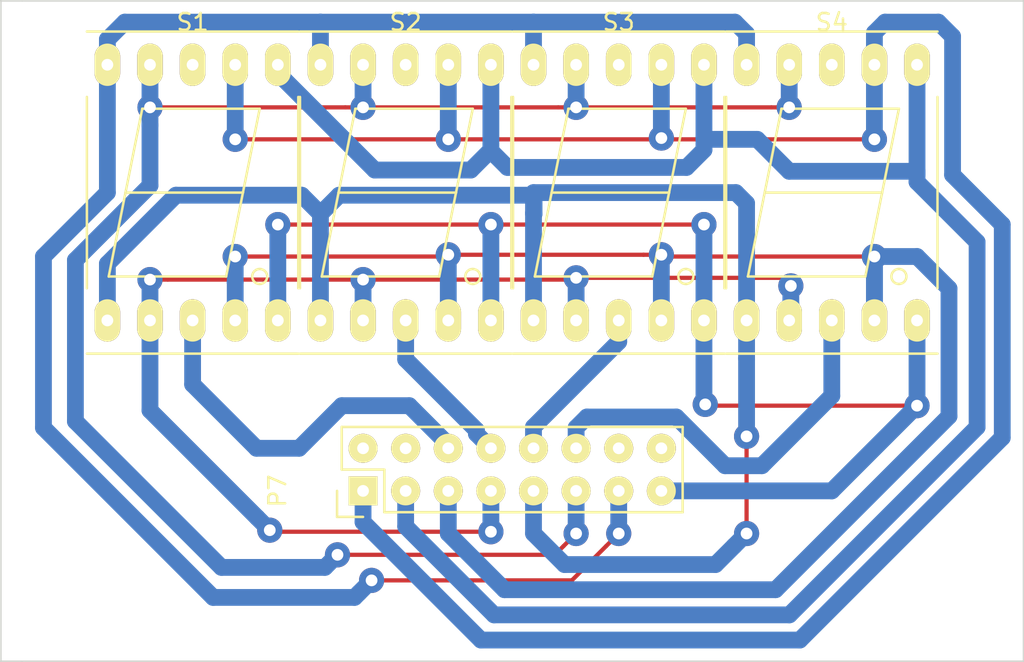
<source format=kicad_pcb>
(kicad_pcb (version 4) (host pcbnew 0.201504111001+5593~22~ubuntu14.04.1-product)

  (general
    (links 36)
    (no_connects 0)
    (area 71.069999 39.215 130.860001 78.790001)
    (thickness 1.6)
    (drawings 6)
    (tracks 220)
    (zones 0)
    (modules 5)
    (nets 13)
  )

  (page A4)
  (layers
    (0 F.Cu signal)
    (31 B.Cu signal)
    (32 B.Adhes user)
    (33 F.Adhes user)
    (34 B.Paste user)
    (35 F.Paste user)
    (36 B.SilkS user)
    (37 F.SilkS user)
    (38 B.Mask user)
    (39 F.Mask user)
    (40 Dwgs.User user)
    (41 Cmts.User user)
    (42 Eco1.User user)
    (43 Eco2.User user)
    (44 Edge.Cuts user)
    (45 Margin user)
    (46 B.CrtYd user)
    (47 F.CrtYd user)
    (48 B.Fab user)
    (49 F.Fab user)
  )

  (setup
    (last_trace_width 0.25)
    (trace_clearance 0.5)
    (zone_clearance 0.508)
    (zone_45_only no)
    (trace_min 0.2)
    (segment_width 0.2)
    (edge_width 0.1)
    (via_size 1.5)
    (via_drill 0.7)
    (via_min_size 0.7)
    (via_min_drill 0.7)
    (blind_buried_vias_allowed yes)
    (uvia_size 0.3)
    (uvia_drill 0.1)
    (uvias_allowed yes)
    (uvia_min_size 0.2)
    (uvia_min_drill 0.1)
    (pcb_text_width 0.3)
    (pcb_text_size 1.5 1.5)
    (mod_edge_width 0.15)
    (mod_text_size 1 1)
    (mod_text_width 0.15)
    (pad_size 1.524 2.524)
    (pad_drill 0.7)
    (pad_to_mask_clearance 0)
    (aux_axis_origin 0 0)
    (visible_elements FFFFFF7F)
    (pcbplotparams
      (layerselection 0x00030_80000001)
      (usegerberextensions false)
      (excludeedgelayer true)
      (linewidth 0.100000)
      (plotframeref false)
      (viasonmask false)
      (mode 1)
      (useauxorigin false)
      (hpglpennumber 1)
      (hpglpenspeed 20)
      (hpglpendiameter 15)
      (hpglpenoverlay 2)
      (psnegative false)
      (psa4output false)
      (plotreference true)
      (plotvalue true)
      (plotinvisibletext false)
      (padsonsilk false)
      (subtractmaskfromsilk false)
      (outputformat 1)
      (mirror false)
      (drillshape 1)
      (scaleselection 1)
      (outputdirectory ""))
  )

  (net 0 "")
  (net 1 /A)
  (net 2 /B)
  (net 3 /C)
  (net 4 MINDK)
  (net 5 /D)
  (net 6 MINUK)
  (net 7 /E)
  (net 8 SEGDK)
  (net 9 /F)
  (net 10 SEGUK)
  (net 11 /G)
  (net 12 /DP)

  (net_class Default "This is the default net class."
    (clearance 0.5)
    (trace_width 1)
    (via_dia 1.5)
    (via_drill 0.7)
    (uvia_dia 0.3)
    (uvia_drill 0.1)
    (add_net /A)
    (add_net /B)
    (add_net /C)
    (add_net /D)
    (add_net /DP)
    (add_net /E)
    (add_net /F)
    (add_net /G)
    (add_net MINDK)
    (add_net MINUK)
    (add_net SEGDK)
    (add_net SEGUK)
  )

  (module Displays_7-Segment:7SegmentLED_LTS6760_LTS6780 placed (layer F.Cu) (tedit 552B1F03) (tstamp 552B0377)
    (at 93.98 50.8)
    (path /552ABEAC)
    (fp_text reference S2 (at 0 -10.16) (layer F.SilkS)
      (effects (font (size 1 1) (thickness 0.15)))
    )
    (fp_text value MINU (at -0.4 12) (layer F.Fab)
      (effects (font (size 1 1) (thickness 0.15)))
    )
    (fp_circle (center 4 5) (end 4.4 5.2) (layer F.SilkS) (width 0.15))
    (fp_line (start -3 -5) (end -4 0) (layer F.SilkS) (width 0.15))
    (fp_line (start -4 0) (end -5 5) (layer F.SilkS) (width 0.15))
    (fp_line (start -5 5) (end 2 5) (layer F.SilkS) (width 0.15))
    (fp_line (start 2 5) (end 3 0) (layer F.SilkS) (width 0.15))
    (fp_line (start 4 -5) (end 3 0) (layer F.SilkS) (width 0.15))
    (fp_line (start 3 0) (end -4 0) (layer F.SilkS) (width 0.15))
    (fp_line (start -3 -5) (end 4 -5) (layer F.SilkS) (width 0.15))
    (fp_line (start 6.3 9.6) (end -6.3 9.6) (layer F.SilkS) (width 0.15))
    (fp_line (start -6.3 -5.7) (end -6.3 5.7) (layer F.SilkS) (width 0.15))
    (fp_line (start 6.3 -5.7) (end 6.3 5.7) (layer F.SilkS) (width 0.15))
    (fp_line (start -6.3 -9.6) (end 6.3 -9.6) (layer F.SilkS) (width 0.15))
    (pad 1 thru_hole oval (at -5.08 7.62) (size 1.524 2.524) (drill 0.7) (layers *.Cu *.Mask F.SilkS)
      (net 7 /E))
    (pad 2 thru_hole oval (at -2.54 7.62) (size 1.524 2.524) (drill 0.7) (layers *.Cu *.Mask F.SilkS)
      (net 5 /D))
    (pad 3 thru_hole oval (at 0 7.62) (size 1.524 2.524) (drill 0.7) (layers *.Cu *.Mask F.SilkS)
      (net 6 MINUK))
    (pad 4 thru_hole oval (at 2.54 7.62) (size 1.524 2.524) (drill 0.7) (layers *.Cu *.Mask F.SilkS)
      (net 3 /C))
    (pad 5 thru_hole oval (at 5.08 7.62) (size 1.524 2.524) (drill 0.7) (layers *.Cu *.Mask F.SilkS)
      (net 12 /DP))
    (pad 6 thru_hole oval (at 5.08 -7.62) (size 1.524 2.524) (drill 0.7) (layers *.Cu *.Mask F.SilkS)
      (net 2 /B))
    (pad 7 thru_hole oval (at 2.54 -7.62) (size 1.524 2.524) (drill 0.7) (layers *.Cu *.Mask F.SilkS)
      (net 1 /A))
    (pad 8 thru_hole oval (at 0 -7.62) (size 1.524 2.524) (drill 0.7) (layers *.Cu *.Mask F.SilkS))
    (pad 9 thru_hole oval (at -2.54 -7.62) (size 1.524 2.524) (drill 0.7) (layers *.Cu *.Mask F.SilkS)
      (net 9 /F))
    (pad 10 thru_hole oval (at -5.08 -7.62) (size 1.524 2.524) (drill 0.7) (layers *.Cu *.Mask F.SilkS)
      (net 11 /G))
    (model Displays_7-Segment.3dshapes/7SegmentLED_LTS6760_LTS6780.wrl
      (at (xyz 0 0 0))
      (scale (xyz 0.3937 0.3937 0.3937))
      (rotate (xyz 0 0 0))
    )
  )

  (module Displays_7-Segment:7SegmentLED_LTS6760_LTS6780 (layer F.Cu) (tedit 552B0481) (tstamp 552B0393)
    (at 119.38 50.8)
    (path /552AC1AE)
    (fp_text reference S4 (at 0 -10.16) (layer F.SilkS)
      (effects (font (size 1 1) (thickness 0.15)))
    )
    (fp_text value SEGU (at -0.4 12) (layer F.Fab)
      (effects (font (size 1 1) (thickness 0.15)))
    )
    (fp_circle (center 4 5) (end 4.4 5.2) (layer F.SilkS) (width 0.15))
    (fp_line (start -3 -5) (end -4 0) (layer F.SilkS) (width 0.15))
    (fp_line (start -4 0) (end -5 5) (layer F.SilkS) (width 0.15))
    (fp_line (start -5 5) (end 2 5) (layer F.SilkS) (width 0.15))
    (fp_line (start 2 5) (end 3 0) (layer F.SilkS) (width 0.15))
    (fp_line (start 4 -5) (end 3 0) (layer F.SilkS) (width 0.15))
    (fp_line (start 3 0) (end -4 0) (layer F.SilkS) (width 0.15))
    (fp_line (start -3 -5) (end 4 -5) (layer F.SilkS) (width 0.15))
    (fp_line (start 6.3 9.6) (end -6.3 9.6) (layer F.SilkS) (width 0.15))
    (fp_line (start -6.3 -5.7) (end -6.3 5.7) (layer F.SilkS) (width 0.15))
    (fp_line (start 6.3 -5.7) (end 6.3 5.7) (layer F.SilkS) (width 0.15))
    (fp_line (start -6.3 -9.6) (end 6.3 -9.6) (layer F.SilkS) (width 0.15))
    (pad 1 thru_hole oval (at -5.08 7.62) (size 1.524 2.524) (drill 0.7) (layers *.Cu *.Mask F.SilkS)
      (net 7 /E))
    (pad 2 thru_hole oval (at -2.54 7.62) (size 1.524 2.524) (drill 0.7) (layers *.Cu *.Mask F.SilkS)
      (net 5 /D))
    (pad 3 thru_hole oval (at 0 7.62) (size 1.524 2.524) (drill 0.7) (layers *.Cu *.Mask F.SilkS)
      (net 10 SEGUK))
    (pad 4 thru_hole oval (at 2.54 7.62) (size 1.524 2.524) (drill 0.7) (layers *.Cu *.Mask F.SilkS)
      (net 3 /C))
    (pad 5 thru_hole oval (at 5.08 7.62) (size 1.524 2.524) (drill 0.7) (layers *.Cu *.Mask F.SilkS)
      (net 12 /DP))
    (pad 6 thru_hole oval (at 5.08 -7.62) (size 1.524 2.524) (drill 0.7) (layers *.Cu *.Mask F.SilkS)
      (net 2 /B))
    (pad 7 thru_hole oval (at 2.54 -7.62) (size 1.524 2.524) (drill 0.7) (layers *.Cu *.Mask F.SilkS)
      (net 1 /A))
    (pad 8 thru_hole oval (at 0 -7.62) (size 1.524 2.524) (drill 0.7) (layers *.Cu *.Mask F.SilkS))
    (pad 9 thru_hole oval (at -2.54 -7.62) (size 1.524 2.524) (drill 0.7) (layers *.Cu *.Mask F.SilkS)
      (net 9 /F))
    (pad 10 thru_hole oval (at -5.08 -7.62) (size 1.524 2.524) (drill 0.7) (layers *.Cu *.Mask F.SilkS)
      (net 11 /G))
    (model Displays_7-Segment.3dshapes/7SegmentLED_LTS6760_LTS6780.wrl
      (at (xyz 0 0 0))
      (scale (xyz 0.3937 0.3937 0.3937))
      (rotate (xyz 0 0 0))
    )
  )

  (module Displays_7-Segment:7SegmentLED_LTS6760_LTS6780 (layer F.Cu) (tedit 552B047F) (tstamp 552B0385)
    (at 106.68 50.8)
    (path /552AC013)
    (fp_text reference S3 (at 0 -10.16) (layer F.SilkS)
      (effects (font (size 1 1) (thickness 0.15)))
    )
    (fp_text value SEGD (at -0.4 12) (layer F.Fab)
      (effects (font (size 1 1) (thickness 0.15)))
    )
    (fp_circle (center 4 5) (end 4.4 5.2) (layer F.SilkS) (width 0.15))
    (fp_line (start -3 -5) (end -4 0) (layer F.SilkS) (width 0.15))
    (fp_line (start -4 0) (end -5 5) (layer F.SilkS) (width 0.15))
    (fp_line (start -5 5) (end 2 5) (layer F.SilkS) (width 0.15))
    (fp_line (start 2 5) (end 3 0) (layer F.SilkS) (width 0.15))
    (fp_line (start 4 -5) (end 3 0) (layer F.SilkS) (width 0.15))
    (fp_line (start 3 0) (end -4 0) (layer F.SilkS) (width 0.15))
    (fp_line (start -3 -5) (end 4 -5) (layer F.SilkS) (width 0.15))
    (fp_line (start 6.3 9.6) (end -6.3 9.6) (layer F.SilkS) (width 0.15))
    (fp_line (start -6.3 -5.7) (end -6.3 5.7) (layer F.SilkS) (width 0.15))
    (fp_line (start 6.3 -5.7) (end 6.3 5.7) (layer F.SilkS) (width 0.15))
    (fp_line (start -6.3 -9.6) (end 6.3 -9.6) (layer F.SilkS) (width 0.15))
    (pad 1 thru_hole oval (at -5.08 7.62) (size 1.524 2.524) (drill 0.7) (layers *.Cu *.Mask F.SilkS)
      (net 7 /E))
    (pad 2 thru_hole oval (at -2.54 7.62) (size 1.524 2.524) (drill 0.7) (layers *.Cu *.Mask F.SilkS)
      (net 5 /D))
    (pad 3 thru_hole oval (at 0 7.62) (size 1.524 2.524) (drill 0.7) (layers *.Cu *.Mask F.SilkS)
      (net 8 SEGDK))
    (pad 4 thru_hole oval (at 2.54 7.62) (size 1.524 2.524) (drill 0.7) (layers *.Cu *.Mask F.SilkS)
      (net 3 /C))
    (pad 5 thru_hole oval (at 5.08 7.62) (size 1.524 2.524) (drill 0.7) (layers *.Cu *.Mask F.SilkS)
      (net 12 /DP))
    (pad 6 thru_hole oval (at 5.08 -7.62) (size 1.524 2.524) (drill 0.7) (layers *.Cu *.Mask F.SilkS)
      (net 2 /B))
    (pad 7 thru_hole oval (at 2.54 -7.62) (size 1.524 2.524) (drill 0.7) (layers *.Cu *.Mask F.SilkS)
      (net 1 /A))
    (pad 8 thru_hole oval (at 0 -7.62) (size 1.524 2.524) (drill 0.7) (layers *.Cu *.Mask F.SilkS))
    (pad 9 thru_hole oval (at -2.54 -7.62) (size 1.524 2.524) (drill 0.7) (layers *.Cu *.Mask F.SilkS)
      (net 9 /F))
    (pad 10 thru_hole oval (at -5.08 -7.62) (size 1.524 2.524) (drill 0.7) (layers *.Cu *.Mask F.SilkS)
      (net 11 /G))
    (model Displays_7-Segment.3dshapes/7SegmentLED_LTS6760_LTS6780.wrl
      (at (xyz 0 0 0))
      (scale (xyz 0.3937 0.3937 0.3937))
      (rotate (xyz 0 0 0))
    )
  )

  (module Displays_7-Segment:7SegmentLED_LTS6760_LTS6780 placed (layer F.Cu) (tedit 552B1EF1) (tstamp 552B0369)
    (at 81.28 50.8)
    (path /552ABAB6)
    (fp_text reference S1 (at 0 -10.16) (layer F.SilkS)
      (effects (font (size 1 1) (thickness 0.15)))
    )
    (fp_text value MIND (at -0.4 12) (layer F.Fab)
      (effects (font (size 1 1) (thickness 0.15)))
    )
    (fp_circle (center 4 5) (end 4.4 5.2) (layer F.SilkS) (width 0.15))
    (fp_line (start -3 -5) (end -4 0) (layer F.SilkS) (width 0.15))
    (fp_line (start -4 0) (end -5 5) (layer F.SilkS) (width 0.15))
    (fp_line (start -5 5) (end 2 5) (layer F.SilkS) (width 0.15))
    (fp_line (start 2 5) (end 3 0) (layer F.SilkS) (width 0.15))
    (fp_line (start 4 -5) (end 3 0) (layer F.SilkS) (width 0.15))
    (fp_line (start 3 0) (end -4 0) (layer F.SilkS) (width 0.15))
    (fp_line (start -3 -5) (end 4 -5) (layer F.SilkS) (width 0.15))
    (fp_line (start 6.3 9.6) (end -6.3 9.6) (layer F.SilkS) (width 0.15))
    (fp_line (start -6.3 -5.7) (end -6.3 5.7) (layer F.SilkS) (width 0.15))
    (fp_line (start 6.3 -5.7) (end 6.3 5.7) (layer F.SilkS) (width 0.15))
    (fp_line (start -6.3 -9.6) (end 6.3 -9.6) (layer F.SilkS) (width 0.15))
    (pad 1 thru_hole oval (at -5.08 7.62) (size 1.524 2.524) (drill 0.7) (layers *.Cu *.Mask F.SilkS)
      (net 7 /E))
    (pad 2 thru_hole oval (at -2.54 7.62) (size 1.524 2.524) (drill 0.7) (layers *.Cu *.Mask F.SilkS)
      (net 5 /D))
    (pad 3 thru_hole oval (at 0 7.62) (size 1.524 2.524) (drill 0.7) (layers *.Cu *.Mask F.SilkS)
      (net 4 MINDK))
    (pad 4 thru_hole oval (at 2.54 7.62) (size 1.524 2.524) (drill 0.7) (layers *.Cu *.Mask F.SilkS)
      (net 3 /C))
    (pad 5 thru_hole oval (at 5.08 7.62) (size 1.524 2.524) (drill 0.7) (layers *.Cu *.Mask F.SilkS)
      (net 12 /DP))
    (pad 6 thru_hole oval (at 5.08 -7.62) (size 1.524 2.524) (drill 0.7) (layers *.Cu *.Mask F.SilkS)
      (net 2 /B))
    (pad 7 thru_hole oval (at 2.54 -7.62) (size 1.524 2.524) (drill 0.7) (layers *.Cu *.Mask F.SilkS)
      (net 1 /A))
    (pad 8 thru_hole oval (at 0 -7.62) (size 1.524 2.524) (drill 0.7) (layers *.Cu *.Mask F.SilkS))
    (pad 9 thru_hole oval (at -2.54 -7.62) (size 1.524 2.524) (drill 0.7) (layers *.Cu *.Mask F.SilkS)
      (net 9 /F))
    (pad 10 thru_hole oval (at -5.08 -7.62) (size 1.524 2.524) (drill 0.7) (layers *.Cu *.Mask F.SilkS)
      (net 11 /G))
    (model Displays_7-Segment.3dshapes/7SegmentLED_LTS6760_LTS6780.wrl
      (at (xyz 0 0 0))
      (scale (xyz 0.3937 0.3937 0.3937))
      (rotate (xyz 0 0 0))
    )
  )

  (module Pin_Headers:Pin_Header_Straight_2x08 (layer F.Cu) (tedit 552B1EDC) (tstamp 552B035B)
    (at 91.44 68.58 90)
    (descr "Through hole pin header")
    (tags "pin header")
    (path /552C0A8D)
    (fp_text reference P7 (at 0 -5.1 90) (layer F.SilkS)
      (effects (font (size 1 1) (thickness 0.15)))
    )
    (fp_text value CONN_02X08 (at 0 -3.1 90) (layer F.Fab)
      (effects (font (size 1 1) (thickness 0.15)))
    )
    (fp_line (start -1.75 -1.75) (end -1.75 19.55) (layer F.CrtYd) (width 0.05))
    (fp_line (start 4.3 -1.75) (end 4.3 19.55) (layer F.CrtYd) (width 0.05))
    (fp_line (start -1.75 -1.75) (end 4.3 -1.75) (layer F.CrtYd) (width 0.05))
    (fp_line (start -1.75 19.55) (end 4.3 19.55) (layer F.CrtYd) (width 0.05))
    (fp_line (start 3.81 19.05) (end 3.81 -1.27) (layer F.SilkS) (width 0.15))
    (fp_line (start -1.27 1.27) (end -1.27 19.05) (layer F.SilkS) (width 0.15))
    (fp_line (start 3.81 19.05) (end -1.27 19.05) (layer F.SilkS) (width 0.15))
    (fp_line (start 3.81 -1.27) (end 1.27 -1.27) (layer F.SilkS) (width 0.15))
    (fp_line (start 0 -1.55) (end -1.55 -1.55) (layer F.SilkS) (width 0.15))
    (fp_line (start 1.27 -1.27) (end 1.27 1.27) (layer F.SilkS) (width 0.15))
    (fp_line (start 1.27 1.27) (end -1.27 1.27) (layer F.SilkS) (width 0.15))
    (fp_line (start -1.55 -1.55) (end -1.55 0) (layer F.SilkS) (width 0.15))
    (pad 1 thru_hole rect (at 0 0 90) (size 1.7272 1.7272) (drill 0.7) (layers *.Cu *.Mask F.SilkS)
      (net 1 /A))
    (pad 2 thru_hole oval (at 2.54 0 90) (size 1.7272 1.7272) (drill 0.7) (layers *.Cu *.Mask F.SilkS))
    (pad 3 thru_hole oval (at 0 2.54 90) (size 1.7272 1.7272) (drill 0.7) (layers *.Cu *.Mask F.SilkS)
      (net 2 /B))
    (pad 4 thru_hole oval (at 2.54 2.54 90) (size 1.7272 1.7272) (drill 0.7) (layers *.Cu *.Mask F.SilkS))
    (pad 5 thru_hole oval (at 0 5.08 90) (size 1.7272 1.7272) (drill 0.7) (layers *.Cu *.Mask F.SilkS)
      (net 3 /C))
    (pad 6 thru_hole oval (at 2.54 5.08 90) (size 1.7272 1.7272) (drill 0.7) (layers *.Cu *.Mask F.SilkS)
      (net 4 MINDK))
    (pad 7 thru_hole oval (at 0 7.62 90) (size 1.7272 1.7272) (drill 0.7) (layers *.Cu *.Mask F.SilkS)
      (net 5 /D))
    (pad 8 thru_hole oval (at 2.54 7.62 90) (size 1.7272 1.7272) (drill 0.7) (layers *.Cu *.Mask F.SilkS)
      (net 6 MINUK))
    (pad 9 thru_hole oval (at 0 10.16 90) (size 1.7272 1.7272) (drill 0.7) (layers *.Cu *.Mask F.SilkS)
      (net 7 /E))
    (pad 10 thru_hole oval (at 2.54 10.16 90) (size 1.7272 1.7272) (drill 0.7) (layers *.Cu *.Mask F.SilkS)
      (net 8 SEGDK))
    (pad 11 thru_hole oval (at 0 12.7 90) (size 1.7272 1.7272) (drill 0.7) (layers *.Cu *.Mask F.SilkS)
      (net 9 /F))
    (pad 12 thru_hole oval (at 2.54 12.7 90) (size 1.7272 1.7272) (drill 0.7) (layers *.Cu *.Mask F.SilkS)
      (net 10 SEGUK))
    (pad 13 thru_hole oval (at 0 15.24 90) (size 1.7272 1.7272) (drill 0.7) (layers *.Cu *.Mask F.SilkS)
      (net 11 /G))
    (pad 14 thru_hole oval (at 2.54 15.24 90) (size 1.7272 1.7272) (drill 0.7) (layers *.Cu *.Mask F.SilkS))
    (pad 15 thru_hole oval (at 0 17.78 90) (size 1.7272 1.7272) (drill 0.7) (layers *.Cu *.Mask F.SilkS)
      (net 12 /DP))
    (pad 16 thru_hole oval (at 2.54 17.78 90) (size 1.7272 1.7272) (drill 0.7) (layers *.Cu *.Mask F.SilkS))
    (model Pin_Headers.3dshapes/Pin_Header_Straight_2x08.wrl
      (at (xyz 0.05 -0.35 0))
      (scale (xyz 1 1 1))
      (rotate (xyz 0 0 90))
    )
  )

  (gr_line (start 69.85 78.74) (end 71.12 78.74) (layer Edge.Cuts) (width 0.1))
  (gr_line (start 69.85 39.37) (end 71.12 39.37) (layer Edge.Cuts) (width 0.1))
  (gr_line (start 130.81 39.37) (end 71.12 39.37) (layer Edge.Cuts) (width 0.1))
  (gr_line (start 130.81 78.74) (end 130.81 39.37) (layer Edge.Cuts) (width 0.1))
  (gr_line (start 71.12 78.74) (end 130.81 78.74) (layer Edge.Cuts) (width 0.1))
  (gr_line (start 69.85 39.37) (end 69.85 78.74) (layer Edge.Cuts) (width 0.1))

  (via (at 109.22061 47.54997) (size 1.5) (drill 0.7) (layers F.Cu B.Cu) (net 1))
  (segment (start 109.22 43.18) (end 109.22 47.54936) (width 1) (layer B.Cu) (net 1))
  (segment (start 109.22 47.54936) (end 109.22061 47.54997) (width 1) (layer B.Cu) (net 1))
  (segment (start 109.29564 47.625) (end 109.22061 47.54997) (width 0.25) (layer F.Cu) (net 1))
  (segment (start 121.92 47.625) (end 109.29564 47.625) (width 0.25) (layer F.Cu) (net 1))
  (segment (start 96.52 47.624996) (end 109.145584 47.624996) (width 0.25) (layer F.Cu) (net 1))
  (segment (start 109.145584 47.624996) (end 109.22061 47.54997) (width 0.25) (layer F.Cu) (net 1))
  (segment (start 121.92 43.18) (end 121.92 47.625) (width 1) (layer B.Cu) (net 1))
  (via (at 121.92 47.625) (size 1.5) (drill 0.7) (layers F.Cu B.Cu) (net 1))
  (segment (start 96.519998 47.624994) (end 96.52 47.624996) (width 0.25) (layer F.Cu) (net 1))
  (segment (start 83.82 47.624994) (end 96.519998 47.624994) (width 0.25) (layer F.Cu) (net 1))
  (via (at 96.52 47.624996) (size 1.5) (drill 0.7) (layers F.Cu B.Cu) (net 1))
  (segment (start 96.52 43.18) (end 96.52 47.624996) (width 1) (layer B.Cu) (net 1))
  (segment (start 83.82 43.18) (end 83.82 47.624994) (width 1) (layer B.Cu) (net 1))
  (via (at 83.82 47.624994) (size 1.5) (drill 0.7) (layers F.Cu B.Cu) (net 1))
  (segment (start 91.44 68.58) (end 91.44 70.4436) (width 1) (layer B.Cu) (net 1))
  (segment (start 91.44 70.4436) (end 98.4664 77.47) (width 1) (layer B.Cu) (net 1))
  (segment (start 98.4664 77.47) (end 117.475 77.47) (width 1) (layer B.Cu) (net 1))
  (segment (start 126.577965 41.487965) (end 125.73 40.64) (width 1) (layer B.Cu) (net 1))
  (segment (start 117.475 77.47) (end 129.54 65.405) (width 1) (layer B.Cu) (net 1))
  (segment (start 125.73 40.64) (end 122.555 40.64) (width 1) (layer B.Cu) (net 1))
  (segment (start 129.54 65.405) (end 129.54 52.705) (width 1) (layer B.Cu) (net 1))
  (segment (start 129.54 52.705) (end 126.577965 49.742965) (width 1) (layer B.Cu) (net 1))
  (segment (start 126.577965 49.742965) (end 126.577965 41.487965) (width 1) (layer B.Cu) (net 1))
  (segment (start 122.555 40.64) (end 121.92 41.275) (width 1) (layer B.Cu) (net 1))
  (segment (start 121.92 41.275) (end 121.92 43.18) (width 1) (layer B.Cu) (net 1))
  (segment (start 99.06 48.31577) (end 100.04422 49.29999) (width 1) (layer B.Cu) (net 2))
  (segment (start 100.04422 49.29999) (end 110.72001 49.29999) (width 1) (layer B.Cu) (net 2))
  (segment (start 110.72001 49.29999) (end 111.76 48.26) (width 1) (layer B.Cu) (net 2))
  (segment (start 111.76 48.26) (end 111.76 47.546818) (width 1) (layer B.Cu) (net 2))
  (segment (start 114.935 47.625) (end 111.838182 47.625) (width 1) (layer B.Cu) (net 2))
  (segment (start 111.76 47.546818) (end 111.76 45.442) (width 1) (layer B.Cu) (net 2))
  (segment (start 111.838182 47.625) (end 111.76 47.546818) (width 1) (layer B.Cu) (net 2))
  (segment (start 124.46 49.53) (end 124.46 49.70498) (width 1) (layer B.Cu) (net 2))
  (segment (start 124.46 49.70498) (end 124.28502 49.53) (width 1) (layer B.Cu) (net 2))
  (segment (start 124.28502 49.53) (end 116.84 49.53) (width 1) (layer B.Cu) (net 2))
  (segment (start 116.84 49.53) (end 114.935 47.625) (width 1) (layer B.Cu) (net 2))
  (segment (start 111.76 45.442) (end 111.76 43.18) (width 1) (layer B.Cu) (net 2))
  (segment (start 86.36 43.18) (end 86.36 43.68) (width 1) (layer B.Cu) (net 2))
  (segment (start 86.36 43.68) (end 92.134989 49.454989) (width 1) (layer B.Cu) (net 2))
  (segment (start 92.134989 49.454989) (end 97.865011 49.454989) (width 1) (layer B.Cu) (net 2))
  (segment (start 97.865011 49.454989) (end 99.06 48.26) (width 1) (layer B.Cu) (net 2))
  (segment (start 99.06 48.26) (end 99.06 48.31577) (width 1) (layer B.Cu) (net 2))
  (segment (start 99.06 48.31577) (end 99.06 43.18) (width 1) (layer B.Cu) (net 2))
  (segment (start 124.46 49.53) (end 124.46 50.165) (width 1) (layer B.Cu) (net 2))
  (segment (start 124.46 50.165) (end 128.03999 53.74499) (width 1) (layer B.Cu) (net 2))
  (segment (start 128.03999 53.74499) (end 128.03999 64.783676) (width 1) (layer B.Cu) (net 2))
  (segment (start 116.853676 75.96999) (end 99.248656 75.96999) (width 1) (layer B.Cu) (net 2))
  (segment (start 128.03999 64.783676) (end 116.853676 75.96999) (width 1) (layer B.Cu) (net 2))
  (segment (start 99.248656 75.96999) (end 93.98 70.701334) (width 1) (layer B.Cu) (net 2))
  (segment (start 93.98 70.701334) (end 93.98 69.801314) (width 1) (layer B.Cu) (net 2))
  (segment (start 93.98 69.801314) (end 93.98 68.58) (width 1) (layer B.Cu) (net 2))
  (segment (start 124.46 43.18) (end 124.46 49.53) (width 1) (layer B.Cu) (net 2))
  (segment (start 108.15934 54.50498) (end 109.22 54.50498) (width 0.25) (layer F.Cu) (net 3))
  (segment (start 96.52 54.50498) (end 108.15934 54.50498) (width 0.25) (layer F.Cu) (net 3))
  (segment (start 109.325024 54.610004) (end 109.22 54.50498) (width 0.25) (layer F.Cu) (net 3))
  (segment (start 121.92 54.610004) (end 109.325024 54.610004) (width 0.25) (layer F.Cu) (net 3))
  (segment (start 109.22 58.42) (end 109.22 54.50498) (width 1) (layer B.Cu) (net 3))
  (via (at 109.22 54.50498) (size 1.5) (drill 0.7) (layers F.Cu B.Cu) (net 3))
  (segment (start 83.82 54.61) (end 96.41498 54.61) (width 0.25) (layer F.Cu) (net 3))
  (via (at 96.52 54.50498) (size 1.5) (drill 0.7) (layers F.Cu B.Cu) (net 3))
  (segment (start 96.41498 54.61) (end 96.52 54.50498) (width 0.25) (layer F.Cu) (net 3))
  (segment (start 96.52 58.42) (end 96.52 54.50498) (width 1) (layer B.Cu) (net 3))
  (segment (start 121.92 58.42) (end 121.92 54.61) (width 1) (layer B.Cu) (net 3))
  (segment (start 126.365 56.515) (end 126.365 64.135) (width 1) (layer B.Cu) (net 3))
  (segment (start 121.92 54.61) (end 124.46 54.61) (width 1) (layer B.Cu) (net 3))
  (segment (start 124.46 54.61) (end 126.365 56.515) (width 1) (layer B.Cu) (net 3))
  (segment (start 96.52 71.12) (end 96.52 69.801314) (width 1) (layer B.Cu) (net 3))
  (segment (start 126.365 64.135) (end 116.03002 74.46998) (width 1) (layer B.Cu) (net 3))
  (segment (start 116.03002 74.46998) (end 99.86998 74.46998) (width 1) (layer B.Cu) (net 3))
  (segment (start 99.86998 74.46998) (end 96.52 71.12) (width 1) (layer B.Cu) (net 3))
  (segment (start 96.52 69.801314) (end 96.52 68.58) (width 1) (layer B.Cu) (net 3))
  (segment (start 121.92 58.42) (end 121.92 54.610004) (width 1) (layer B.Cu) (net 3))
  (via (at 121.92 54.610004) (size 1.5) (drill 0.7) (layers F.Cu B.Cu) (net 3))
  (segment (start 83.82001 54.61001) (end 83.82 54.61) (width 1) (layer B.Cu) (net 3))
  (segment (start 83.82 56.158) (end 83.82001 56.15799) (width 1) (layer B.Cu) (net 3))
  (segment (start 83.82001 56.15799) (end 83.82001 54.61001) (width 1) (layer B.Cu) (net 3))
  (via (at 83.82 54.61) (size 1.5) (drill 0.7) (layers F.Cu B.Cu) (net 3))
  (segment (start 83.82 58.42) (end 83.82 56.158) (width 1) (layer B.Cu) (net 3))
  (segment (start 85.09 66.04) (end 87.63 66.04) (width 1) (layer B.Cu) (net 4))
  (segment (start 81.28 62.23) (end 85.09 66.04) (width 1) (layer B.Cu) (net 4))
  (segment (start 81.28 58.42) (end 81.28 62.23) (width 1) (layer B.Cu) (net 4))
  (segment (start 96.52 65.82187) (end 96.52 66.04) (width 1) (layer B.Cu) (net 4))
  (segment (start 94.19813 63.5) (end 96.52 65.82187) (width 1) (layer B.Cu) (net 4))
  (segment (start 90.17 63.5) (end 94.19813 63.5) (width 1) (layer B.Cu) (net 4))
  (segment (start 87.63 66.04) (end 90.17 63.5) (width 1) (layer B.Cu) (net 4))
  (segment (start 104.140004 55.88) (end 104.14 55.879996) (width 0.25) (layer F.Cu) (net 5))
  (segment (start 116.938717 56.36002) (end 116.458697 55.88) (width 0.25) (layer F.Cu) (net 5))
  (segment (start 116.458697 55.88) (end 104.140004 55.88) (width 0.25) (layer F.Cu) (net 5))
  (segment (start 104.034976 55.98502) (end 104.14 55.879996) (width 0.25) (layer F.Cu) (net 5))
  (segment (start 91.44 55.98502) (end 104.034976 55.98502) (width 0.25) (layer F.Cu) (net 5))
  (segment (start 104.14 58.42) (end 104.14 55.879996) (width 1) (layer B.Cu) (net 5))
  (via (at 104.14 55.879996) (size 1.5) (drill 0.7) (layers F.Cu B.Cu) (net 5))
  (segment (start 116.938717 57.42068) (end 116.938717 56.36002) (width 1) (layer B.Cu) (net 5))
  (segment (start 116.938717 58.321283) (end 116.938717 57.42068) (width 1) (layer B.Cu) (net 5))
  (segment (start 116.84 58.42) (end 116.938717 58.321283) (width 1) (layer B.Cu) (net 5))
  (via (at 116.938717 56.36002) (size 1.5) (drill 0.7) (layers F.Cu B.Cu) (net 5))
  (segment (start 79.80066 55.98502) (end 78.74 55.98502) (width 0.25) (layer F.Cu) (net 5))
  (segment (start 91.44 55.98502) (end 79.80066 55.98502) (width 0.25) (layer F.Cu) (net 5))
  (segment (start 85.972981 71.01498) (end 85.87998 70.921979) (width 0.25) (layer F.Cu) (net 5))
  (via (at 85.87998 70.921979) (size 1.5) (drill 0.7) (layers F.Cu B.Cu) (net 5))
  (segment (start 78.74 58.42) (end 78.74 63.781999) (width 1) (layer B.Cu) (net 5))
  (segment (start 78.74 63.781999) (end 85.129981 70.17198) (width 1) (layer B.Cu) (net 5))
  (segment (start 85.129981 70.17198) (end 85.87998 70.921979) (width 1) (layer B.Cu) (net 5))
  (segment (start 99.06 71.01498) (end 85.972981 71.01498) (width 0.25) (layer F.Cu) (net 5))
  (via (at 99.06 71.01498) (size 1.5) (drill 0.7) (layers F.Cu B.Cu) (net 5))
  (segment (start 99.06 68.58) (end 99.06 71.01498) (width 1) (layer B.Cu) (net 5))
  (segment (start 91.44 58.42) (end 91.44 55.98502) (width 1) (layer B.Cu) (net 5))
  (via (at 91.44 55.98502) (size 1.5) (drill 0.7) (layers F.Cu B.Cu) (net 5))
  (segment (start 78.74 58.42) (end 78.74 55.98502) (width 1) (layer B.Cu) (net 5))
  (via (at 78.74 55.98502) (size 1.5) (drill 0.7) (layers F.Cu B.Cu) (net 5))
  (segment (start 98.196401 64.958271) (end 98.196401 65.176401) (width 1) (layer B.Cu) (net 6))
  (segment (start 98.196401 65.176401) (end 99.06 66.04) (width 1) (layer B.Cu) (net 6))
  (segment (start 93.98 60.74187) (end 98.196401 64.958271) (width 1) (layer B.Cu) (net 6))
  (segment (start 93.98 58.42) (end 93.98 60.74187) (width 1) (layer B.Cu) (net 6))
  (segment (start 114.3 58.42) (end 114.3 51.435) (width 1) (layer B.Cu) (net 7))
  (segment (start 114.3 51.435) (end 113.665 50.8) (width 1) (layer B.Cu) (net 7))
  (segment (start 113.665 50.8) (end 101.6 50.8) (width 1) (layer B.Cu) (net 7))
  (segment (start 101.6 50.8) (end 101.6 52.037553) (width 1) (layer B.Cu) (net 7))
  (segment (start 101.6 58.42) (end 101.6 52.037553) (width 1) (layer B.Cu) (net 7))
  (segment (start 101.6 52.037553) (end 101.632447 52.07) (width 1) (layer B.Cu) (net 7))
  (segment (start 101.632447 52.07) (end 101.632447 50.954999) (width 1) (layer B.Cu) (net 7))
  (segment (start 101.632447 50.954999) (end 90.015001 50.954999) (width 1) (layer B.Cu) (net 7))
  (segment (start 90.015001 50.954999) (end 88.9 52.07) (width 1) (layer B.Cu) (net 7))
  (segment (start 80.287669 50.954999) (end 87.784999 50.954999) (width 1) (layer B.Cu) (net 7))
  (segment (start 87.784999 50.954999) (end 88.9 52.07) (width 1) (layer B.Cu) (net 7))
  (segment (start 76.2 55.042668) (end 80.287669 50.954999) (width 1) (layer B.Cu) (net 7))
  (segment (start 76.2 58.42) (end 76.2 55.042668) (width 1) (layer B.Cu) (net 7))
  (segment (start 88.9 52.07) (end 88.9 52.705) (width 1) (layer B.Cu) (net 7))
  (segment (start 88.9 52.705) (end 88.9 58.42) (width 1) (layer B.Cu) (net 7))
  (segment (start 113.550001 71.869999) (end 114.3 71.12) (width 1) (layer B.Cu) (net 7))
  (segment (start 112.45003 72.96997) (end 113.550001 71.869999) (width 1) (layer B.Cu) (net 7))
  (segment (start 103.44997 72.96997) (end 112.45003 72.96997) (width 1) (layer B.Cu) (net 7))
  (segment (start 101.6 71.12) (end 103.44997 72.96997) (width 1) (layer B.Cu) (net 7))
  (segment (start 101.6 68.58) (end 101.6 71.12) (width 1) (layer B.Cu) (net 7))
  (segment (start 114.3 65.32997) (end 114.3 71.12) (width 0.25) (layer F.Cu) (net 7))
  (via (at 114.3 71.12) (size 1.5) (drill 0.7) (layers F.Cu B.Cu) (net 7))
  (segment (start 114.3 58.42) (end 114.3 60.682) (width 1) (layer B.Cu) (net 7))
  (via (at 114.3 65.32997) (size 1.5) (drill 0.7) (layers F.Cu B.Cu) (net 7))
  (segment (start 114.3 60.682) (end 114.3 65.32997) (width 1) (layer B.Cu) (net 7))
  (segment (start 101.6 68.531314) (end 101.6 68.58) (width 1) (layer B.Cu) (net 7) (status 30))
  (segment (start 101.6 66.04) (end 101.6 64.77) (width 1) (layer B.Cu) (net 8))
  (segment (start 101.6 64.77) (end 106.68 59.69) (width 1) (layer B.Cu) (net 8))
  (segment (start 106.68 59.69) (end 106.68 58.42) (width 1) (layer B.Cu) (net 8))
  (segment (start 101.6 66.04) (end 101.6 66.04) (width 1) (layer B.Cu) (net 8) (tstamp 552B0F01) (status 20))
  (segment (start 78.74 45.72) (end 90.37934 45.72) (width 0.25) (layer F.Cu) (net 9))
  (segment (start 90.37934 45.72) (end 91.44 45.72) (width 0.25) (layer F.Cu) (net 9))
  (segment (start 91.44 45.72) (end 103.07934 45.72) (width 0.25) (layer F.Cu) (net 9))
  (segment (start 103.07934 45.72) (end 104.14 45.72) (width 0.25) (layer F.Cu) (net 9))
  (segment (start 104.14 45.72) (end 115.77934 45.72) (width 0.25) (layer F.Cu) (net 9))
  (segment (start 115.77934 45.72) (end 116.84 45.72) (width 0.25) (layer F.Cu) (net 9))
  (segment (start 74.295 54.826334) (end 78.74 50.381334) (width 1) (layer B.Cu) (net 9))
  (segment (start 83.001339 73.139999) (end 74.295 64.43366) (width 1) (layer B.Cu) (net 9))
  (segment (start 89.166001 73.139999) (end 83.001339 73.139999) (width 1) (layer B.Cu) (net 9))
  (segment (start 74.295 64.43366) (end 74.295 54.826334) (width 1) (layer B.Cu) (net 9))
  (segment (start 89.916 72.39) (end 89.166001 73.139999) (width 1) (layer B.Cu) (net 9))
  (segment (start 78.74 50.381334) (end 78.74 46.78066) (width 1) (layer B.Cu) (net 9))
  (segment (start 78.74 46.78066) (end 78.74 45.72) (width 1) (layer B.Cu) (net 9))
  (segment (start 102.87 72.39) (end 103.390001 71.869999) (width 0.25) (layer F.Cu) (net 9))
  (segment (start 89.916 72.39) (end 102.87 72.39) (width 0.25) (layer F.Cu) (net 9))
  (segment (start 104.14 68.58) (end 104.14 71.12) (width 1) (layer B.Cu) (net 9))
  (segment (start 103.390001 71.869999) (end 104.14 71.12) (width 0.25) (layer F.Cu) (net 9))
  (via (at 104.14 71.12) (size 1.5) (drill 0.7) (layers F.Cu B.Cu) (net 9))
  (segment (start 116.84 43.18) (end 116.84 45.72) (width 1) (layer B.Cu) (net 9))
  (via (at 116.84 45.72) (size 1.5) (drill 0.7) (layers F.Cu B.Cu) (net 9))
  (segment (start 104.14 43.18) (end 104.14 45.72) (width 1) (layer B.Cu) (net 9))
  (via (at 104.14 45.72) (size 1.5) (drill 0.7) (layers F.Cu B.Cu) (net 9))
  (segment (start 91.44 43.18) (end 91.44 45.72) (width 1) (layer B.Cu) (net 9))
  (via (at 91.44 45.72) (size 1.5) (drill 0.7) (layers F.Cu B.Cu) (net 9))
  (segment (start 78.74 43.18) (end 78.74 45.72) (width 1) (layer B.Cu) (net 9))
  (via (at 78.74 45.72) (size 1.5) (drill 0.7) (layers F.Cu B.Cu) (net 9))
  (via (at 89.916 72.39) (size 1.5) (drill 0.7) (layers F.Cu B.Cu) (net 9))
  (segment (start 113.01812 67.07999) (end 110.114529 64.176399) (width 1) (layer B.Cu) (net 10))
  (segment (start 110.114529 64.176399) (end 104.782287 64.176399) (width 1) (layer B.Cu) (net 10))
  (segment (start 119.38 62.915002) (end 115.215012 67.07999) (width 1) (layer B.Cu) (net 10))
  (segment (start 115.215012 67.07999) (end 113.01812 67.07999) (width 1) (layer B.Cu) (net 10))
  (segment (start 104.782287 64.176399) (end 104.14 64.818686) (width 1) (layer B.Cu) (net 10))
  (segment (start 104.14 64.818686) (end 104.14 66.04) (width 1) (layer B.Cu) (net 10))
  (segment (start 119.38 58.42) (end 119.38 62.915002) (width 1) (layer B.Cu) (net 10))
  (segment (start 72.39 54.61) (end 72.39 64.81466) (width 1) (layer B.Cu) (net 11))
  (segment (start 90.931996 74.93) (end 91.197997 74.663999) (width 1) (layer B.Cu) (net 11))
  (segment (start 76.2 43.18) (end 76.2 50.8) (width 1) (layer B.Cu) (net 11))
  (segment (start 91.197997 74.663999) (end 91.947996 73.914) (width 1) (layer B.Cu) (net 11))
  (segment (start 76.2 50.8) (end 72.39 54.61) (width 1) (layer B.Cu) (net 11))
  (segment (start 82.50534 74.93) (end 90.931996 74.93) (width 1) (layer B.Cu) (net 11))
  (segment (start 72.39 64.81466) (end 82.50534 74.93) (width 1) (layer B.Cu) (net 11))
  (segment (start 76.2 41.674994) (end 76.2 43.18) (width 1) (layer B.Cu) (net 11))
  (segment (start 88.9 40.64) (end 77.237689 40.64) (width 1) (layer B.Cu) (net 11))
  (segment (start 76.2 41.674994) (end 76.202695 41.674994) (width 1) (layer B.Cu) (net 11))
  (segment (start 76.202695 41.674994) (end 77.237689 40.64) (width 1) (layer B.Cu) (net 11))
  (segment (start 114.3 43.18) (end 114.3 41.333735) (width 1) (layer B.Cu) (net 11))
  (segment (start 113.606265 40.64) (end 101.6 40.64) (width 1) (layer B.Cu) (net 11))
  (segment (start 114.3 41.333735) (end 113.606265 40.64) (width 1) (layer B.Cu) (net 11))
  (segment (start 88.9 43.18) (end 88.9 40.64) (width 1) (layer B.Cu) (net 11))
  (segment (start 88.9 40.64) (end 101.6 40.64) (width 1) (layer B.Cu) (net 11))
  (segment (start 101.6 40.64) (end 101.6 43.18) (width 1) (layer B.Cu) (net 11))
  (segment (start 103.886 73.914) (end 105.930001 71.869999) (width 0.25) (layer F.Cu) (net 11))
  (segment (start 91.947996 73.914) (end 103.886 73.914) (width 0.25) (layer F.Cu) (net 11))
  (segment (start 105.930001 71.869999) (end 106.68 71.12) (width 0.25) (layer F.Cu) (net 11))
  (segment (start 106.68 68.58) (end 106.68 71.12) (width 1) (layer B.Cu) (net 11))
  (via (at 106.68 71.12) (size 1.5) (drill 0.7) (layers F.Cu B.Cu) (net 11))
  (via (at 91.947996 73.914) (size 1.5) (drill 0.7) (layers F.Cu B.Cu) (net 11))
  (segment (start 111.76 52.705) (end 111.76 58.42) (width 1) (layer B.Cu) (net 12))
  (segment (start 99.06 52.705) (end 111.76 52.705) (width 0.25) (layer F.Cu) (net 12))
  (via (at 111.76 52.705) (size 1.5) (drill 0.7) (layers F.Cu B.Cu) (net 12))
  (segment (start 86.36 52.705) (end 99.06 52.705) (width 0.25) (layer F.Cu) (net 12))
  (segment (start 99.06 58.42) (end 99.06 52.705) (width 1) (layer B.Cu) (net 12))
  (via (at 99.06 52.705) (size 1.5) (drill 0.7) (layers F.Cu B.Cu) (net 12))
  (segment (start 86.36 58.42) (end 86.36 52.705) (width 1) (layer B.Cu) (net 12))
  (via (at 86.36 52.705) (size 1.5) (drill 0.7) (layers F.Cu B.Cu) (net 12))
  (segment (start 124.46 63.5) (end 111.913032 63.5) (width 0.25) (layer F.Cu) (net 12))
  (segment (start 109.22 68.58) (end 119.38 68.58) (width 1) (layer B.Cu) (net 12))
  (segment (start 119.38 68.58) (end 124.46 63.5) (width 1) (layer B.Cu) (net 12))
  (segment (start 111.836514 63.423482) (end 111.836516 63.423484) (width 1) (layer F.Cu) (net 12))
  (segment (start 111.76 63.346968) (end 111.836516 63.423484) (width 1) (layer B.Cu) (net 12))
  (via (at 111.836516 63.423484) (size 1.5) (drill 0.7) (layers F.Cu B.Cu) (net 12))
  (segment (start 111.76 58.42) (end 111.76 63.346968) (width 1) (layer B.Cu) (net 12))
  (segment (start 111.913032 63.5) (end 111.836516 63.423484) (width 1) (layer F.Cu) (net 12))
  (segment (start 124.46 63.5) (end 124.46 58.42) (width 1) (layer B.Cu) (net 12) (tstamp 552B0EF9))
  (via (at 124.46 63.5) (size 1.5) (layers F.Cu B.Cu) (net 12))

)

</source>
